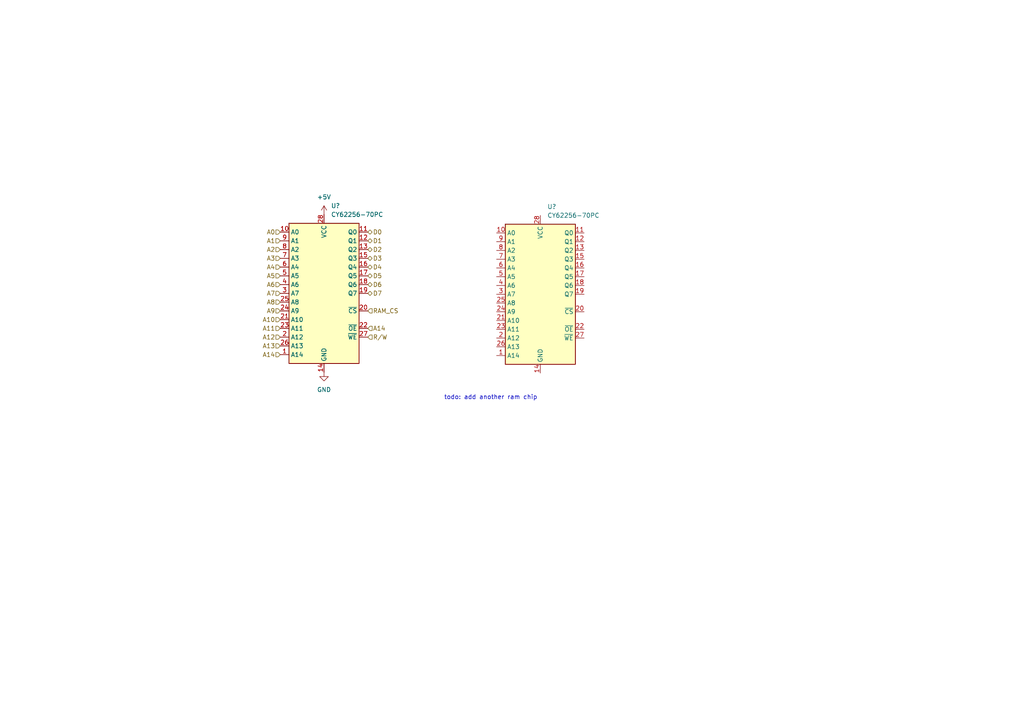
<source format=kicad_sch>
(kicad_sch (version 20211123) (generator eeschema)
  (paper "A4")
  (title_block (date "2023-06-29") (rev "2"))
  (lib_symbols
    (symbol "Memory_RAM:CY62256-70PC"
      (property "Reference" "U" (at -10.16 20.955 0))
      (property "Value" "CY62256-70PC" (at 2.54 20.955 0))
      (symbol "CY62256-70PC_0_0"
        (pin power_in line (at 0 -22.86 90) (length 2.54) (name "GND") (number "14"))
        (pin power_in line (at 0 22.86 270) (length 2.54) (name "VCC") (number "28"))
      )
      (symbol "CY62256-70PC_0_1"
        (rectangle (start -10.16 20.32) (end 10.16 -20.32) (stroke (width 0.254)) (fill (type background)))
      )
      (symbol "CY62256-70PC_1_1"
        (pin input line (at -12.7 -17.78 0) (length 2.54) (name "A14") (number "1"))
        (pin input line (at -12.7 17.78 0) (length 2.54) (name "A0") (number "10"))
        (pin tri_state line (at 12.7 17.78 180) (length 2.54) (name "Q0") (number "11"))
        (pin tri_state line (at 12.7 15.24 180) (length 2.54) (name "Q1") (number "12"))
        (pin tri_state line (at 12.7 12.7 180) (length 2.54) (name "Q2") (number "13"))
        (pin tri_state line (at 12.7 10.16 180) (length 2.54) (name "Q3") (number "15"))
        (pin tri_state line (at 12.7 7.62 180) (length 2.54) (name "Q4") (number "16"))
        (pin tri_state line (at 12.7 5.08 180) (length 2.54) (name "Q5") (number "17"))
        (pin tri_state line (at 12.7 2.54 180) (length 2.54) (name "Q6") (number "18"))
        (pin tri_state line (at 12.7 0 180) (length 2.54) (name "Q7") (number "19"))
        (pin input line (at -12.7 -12.7 0) (length 2.54) (name "A12") (number "2"))
        (pin input line (at 12.7 -5.08 180) (length 2.54) (name "~{CS}") (number "20"))
        (pin input line (at -12.7 -7.62 0) (length 2.54) (name "A10") (number "21"))
        (pin input line (at 12.7 -10.16 180) (length 2.54) (name "~{OE}") (number "22"))
        (pin input line (at -12.7 -10.16 0) (length 2.54) (name "A11") (number "23"))
        (pin input line (at -12.7 -5.08 0) (length 2.54) (name "A9") (number "24"))
        (pin input line (at -12.7 -2.54 0) (length 2.54) (name "A8") (number "25"))
        (pin input line (at -12.7 -15.24 0) (length 2.54) (name "A13") (number "26"))
        (pin input line (at 12.7 -12.7 180) (length 2.54) (name "~{WE}") (number "27"))
        (pin input line (at -12.7 0 0) (length 2.54) (name "A7") (number "3"))
        (pin input line (at -12.7 2.54 0) (length 2.54) (name "A6") (number "4"))
        (pin input line (at -12.7 5.08 0) (length 2.54) (name "A5") (number "5"))
        (pin input line (at -12.7 7.62 0) (length 2.54) (name "A4") (number "6"))
        (pin input line (at -12.7 10.16 0) (length 2.54) (name "A3") (number "7"))
        (pin input line (at -12.7 12.7 0) (length 2.54) (name "A2") (number "8"))
        (pin input line (at -12.7 15.24 0) (length 2.54) (name "A1") (number "9"))
      )
    )
    (symbol "power:+5V" (power) (pin_names (offset 0))
      (property "Value" "+5V" (at 0 3.556 0))
      (symbol "+5V_0_1"
        (polyline (pts (xy -0.762 1.27) (xy 0 2.54)))
        (polyline (pts (xy 0 0) (xy 0 2.54)))
        (polyline (pts (xy 0 2.54) (xy 0.762 1.27)))
      )
      (symbol "+5V_1_1"
        (pin power_in line (at 0 0 90) (length 0) hide (name "+5V") (number "1"))
      )
    )
    (symbol "power:GND" (power) (pin_names (offset 0))
      (property "Value" "GND" (at 0 -3.81 0))
      (symbol "GND_0_1"
        (polyline (pts (xy 0 0) (xy 0 -1.27) (xy 1.27 -1.27) (xy 0 -2.54) (xy -1.27 -1.27) (xy 0 -1.27)))
      )
      (symbol "GND_1_1"
        (pin power_in line (at 0 0 270) (length 0) hide (name "GND") (number "1"))
      )
    )
  )
  (text "todo: add another ram chip" (at 128.778 116.078 0) (effects (font (size 1.27 1.27)) (justify left bottom)))
  (hierarchical_label "A1" (shape input) (at 81.28 69.85 180))
  (hierarchical_label "A14" (shape input) (at 81.28 102.87 180))
  (hierarchical_label "A8" (shape input) (at 81.28 87.63 180))
  (hierarchical_label "D7" (shape bidirectional) (at 106.68 85.09 0))
  (hierarchical_label "D1" (shape bidirectional) (at 106.68 69.85 0))
  (hierarchical_label "A12" (shape input) (at 81.28 97.79 180))
  (hierarchical_label "D3" (shape bidirectional) (at 106.68 74.93 0))
  (hierarchical_label "A5" (shape input) (at 81.28 80.01 180))
  (hierarchical_label "A9" (shape input) (at 81.28 90.17 180))
  (hierarchical_label "R{slash}W" (shape input) (at 106.68 97.79 0))
  (hierarchical_label "A14" (shape input) (at 106.68 95.25 0))
  (hierarchical_label "A4" (shape input) (at 81.28 77.47 180))
  (hierarchical_label "A13" (shape input) (at 81.28 100.33 180))
  (hierarchical_label "A0" (shape input) (at 81.28 67.31 180))
  (hierarchical_label "D4" (shape bidirectional) (at 106.68 77.47 0))
  (hierarchical_label "A7" (shape input) (at 81.28 85.09 180))
  (hierarchical_label "A2" (shape input) (at 81.28 72.39 180))
  (hierarchical_label "D6" (shape bidirectional) (at 106.68 82.55 0))
  (hierarchical_label "RAM_CS" (shape input) (at 106.68 90.17 0))
  (hierarchical_label "A11" (shape input) (at 81.28 95.25 180))
  (hierarchical_label "D5" (shape bidirectional) (at 106.68 80.01 0))
  (hierarchical_label "D0" (shape bidirectional) (at 106.68 67.31 0))
  (hierarchical_label "A10" (shape input) (at 81.28 92.71 180))
  (hierarchical_label "D2" (shape bidirectional) (at 106.68 72.39 0))
  (hierarchical_label "A6" (shape input) (at 81.28 82.55 180))
  (hierarchical_label "A3" (shape input) (at 81.28 74.93 180))
  (symbol (lib_id "Memory_RAM:CY62256-70PC") (at 156.718 85.344 0) (unit 1)
    (property "Reference" "U?" (at 158.7374 59.944 0) (effects (justify left)))
    (property "Value" "CY62256-70PC" (at 158.7374 62.484 0) (effects (justify left)))
    (property "Footprint" "Package_DIP:DIP-28_W15.24mm" (effects hide))
    (property "Datasheet" "https://ecee.colorado.edu/~mcclurel/Cypress_SRAM_CY62256.pdf" (effects hide))
  )
  (symbol (lib_id "power:+5V") (at 93.98 62.23 0) (unit 1)
    (property "Reference" "#PWR0103" (effects hide))
    (property "Value" "+5V" (at 93.98 57.15 0))
  )
  (symbol (lib_id "Memory_RAM:CY62256-70PC") (at 93.98 85.09 0) (unit 1)
    (property "Reference" "U?" (at 95.9994 59.69 0) (effects (justify left)))
    (property "Value" "CY62256-70PC" (at 95.9994 62.23 0) (effects (justify left)))
    (property "Footprint" "Package_DIP:DIP-28_W15.24mm" (effects hide))
    (property "Datasheet" "https://ecee.colorado.edu/~mcclurel/Cypress_SRAM_CY62256.pdf" (effects hide))
  )
  (symbol (lib_id "power:GND") (at 93.98 107.95 0) (unit 1)
    (property "Reference" "#PWR0102" (effects hide))
    (property "Value" "GND" (at 93.98 113.03 0))
  )
)
</source>
